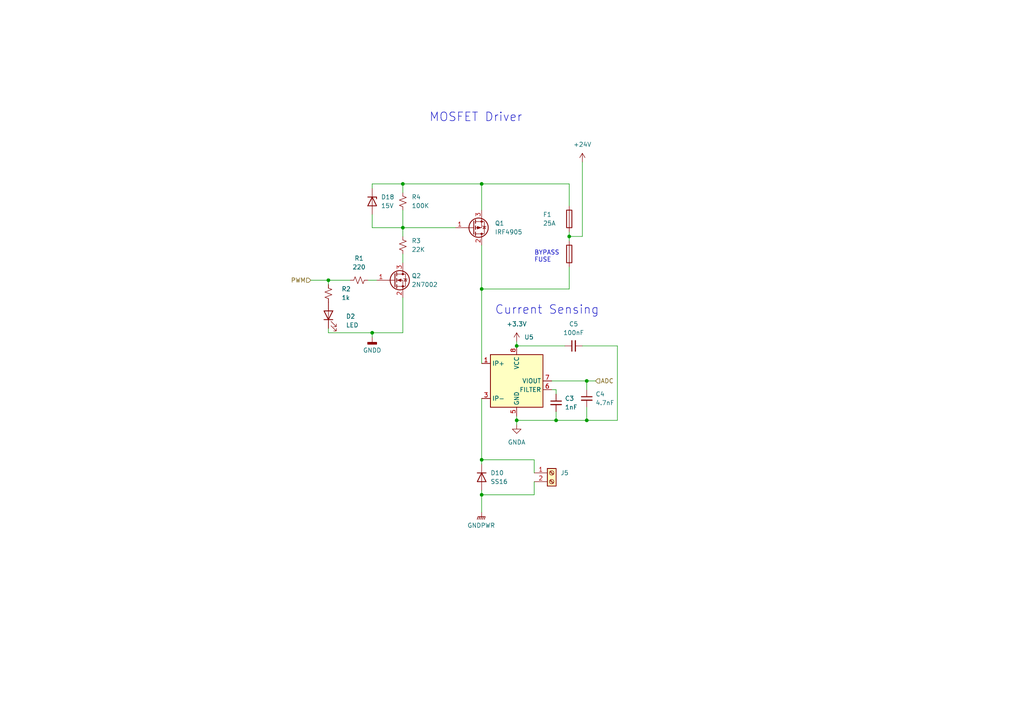
<source format=kicad_sch>
(kicad_sch (version 20230121) (generator eeschema)
  (paper "A4")
  (lib_symbols
    (symbol "Connector:Screw_Terminal_01x02" (pin_names (offset 1.016) hide)
      (property "Reference" "J" (at 0 2.54 0))
      (property "Value" "Screw_Terminal_01x02" (at 0 -5.08 0))
      (symbol "Screw_Terminal_01x02_1_1"
        (rectangle (start -1.27 1.27) (end 1.27 -3.81) (stroke (width 0.254)) (fill (type background)))
        (circle (center 0 -2.54) (radius 0.635) (stroke (width 0.1524)))
        (polyline (pts (xy -0.5334 -2.2098) (xy 0.3302 -3.048)) (stroke (width 0.1524)))
        (polyline (pts (xy -0.5334 0.3302) (xy 0.3302 -0.508)) (stroke (width 0.1524)))
        (polyline (pts (xy -0.3556 -2.032) (xy 0.508 -2.8702)) (stroke (width 0.1524)))
        (polyline (pts (xy -0.3556 0.508) (xy 0.508 -0.3302)) (stroke (width 0.1524)))
        (circle (center 0 0) (radius 0.635) (stroke (width 0.1524)))
        (pin passive line (at -5.08 0 0) (length 3.81) (name "Pin_1") (number "1"))
        (pin passive line (at -5.08 -2.54 0) (length 3.81) (name "Pin_2") (number "2"))
      )
    )
    (symbol "Device:C_Small" (pin_numbers hide) (pin_names (offset 0.254) hide)
      (property "Reference" "C" (at 0.254 1.778 0))
      (property "Value" "C_Small" (at 0.254 -2.032 0))
      (symbol "C_Small_0_1"
        (polyline (pts (xy -1.524 -0.508) (xy 1.524 -0.508)) (stroke (width 0.3302)))
        (polyline (pts (xy -1.524 0.508) (xy 1.524 0.508)) (stroke (width 0.3048)))
      )
      (symbol "C_Small_1_1"
        (pin passive line (at 0 2.54 270) (length 2.032) (name "~") (number "1"))
        (pin passive line (at 0 -2.54 90) (length 2.032) (name "~") (number "2"))
      )
    )
    (symbol "Device:D_Zener" (pin_numbers hide) (pin_names (offset 1.016) hide)
      (property "Reference" "D" (at 0 2.54 0))
      (property "Value" "D_Zener" (at 0 -2.54 0))
      (symbol "D_Zener_0_1"
        (polyline (pts (xy 1.27 0) (xy -1.27 0)))
        (polyline (pts (xy -1.27 -1.27) (xy -1.27 1.27) (xy -0.762 1.27)) (stroke (width 0.254)))
        (polyline (pts (xy 1.27 -1.27) (xy 1.27 1.27) (xy -1.27 0) (xy 1.27 -1.27)) (stroke (width 0.254)))
      )
      (symbol "D_Zener_1_1"
        (pin passive line (at -3.81 0 0) (length 2.54) (name "K") (number "1"))
        (pin passive line (at 3.81 0 180) (length 2.54) (name "A") (number "2"))
      )
    )
    (symbol "Device:LED" (pin_numbers hide) (pin_names (offset 1.016) hide)
      (property "Reference" "D" (at 0 2.54 0))
      (property "Value" "LED" (at 0 -2.54 0))
      (symbol "LED_0_1"
        (polyline (pts (xy -1.27 -1.27) (xy -1.27 1.27)) (stroke (width 0.254)))
        (polyline (pts (xy -1.27 0) (xy 1.27 0)))
        (polyline (pts (xy 1.27 -1.27) (xy 1.27 1.27) (xy -1.27 0) (xy 1.27 -1.27)) (stroke (width 0.254)))
        (polyline (pts (xy -3.048 -0.762) (xy -4.572 -2.286) (xy -3.81 -2.286) (xy -4.572 -2.286) (xy -4.572 -1.524)))
        (polyline (pts (xy -1.778 -0.762) (xy -3.302 -2.286) (xy -2.54 -2.286) (xy -3.302 -2.286) (xy -3.302 -1.524)))
      )
      (symbol "LED_1_1"
        (pin passive line (at -3.81 0 0) (length 2.54) (name "K") (number "1"))
        (pin passive line (at 3.81 0 180) (length 2.54) (name "A") (number "2"))
      )
    )
    (symbol "Device:R_Small_US" (pin_numbers hide) (pin_names (offset 0.254) hide)
      (property "Reference" "R" (at 0.762 0.508 0))
      (property "Value" "R_Small_US" (at 0.762 -1.016 0))
      (symbol "R_Small_US_1_1"
        (polyline (pts (xy 0 0) (xy 1.016 -0.381) (xy 0 -0.762) (xy -1.016 -1.143) (xy 0 -1.524)))
        (polyline (pts (xy 0 1.524) (xy 1.016 1.143) (xy 0 0.762) (xy -1.016 0.381) (xy 0 0)))
        (pin passive line (at 0 2.54 270) (length 1.016) (name "~") (number "1"))
        (pin passive line (at 0 -2.54 90) (length 1.016) (name "~") (number "2"))
      )
    )
    (symbol "Diode:MRA4004T3G" (pin_numbers hide) (pin_names hide)
      (property "Reference" "D" (at 0 2.54 0))
      (property "Value" "MRA4004T3G" (at 0 -2.54 0))
      (symbol "MRA4004T3G_0_1"
        (polyline (pts (xy -1.27 1.27) (xy -1.27 -1.27)) (stroke (width 0.254)))
        (polyline (pts (xy 1.27 0) (xy -1.27 0)))
        (polyline (pts (xy 1.27 1.27) (xy 1.27 -1.27) (xy -1.27 0) (xy 1.27 1.27)) (stroke (width 0.254)))
      )
      (symbol "MRA4004T3G_1_1"
        (pin passive line (at -3.81 0 0) (length 2.54) (name "K") (number "1"))
        (pin passive line (at 3.81 0 180) (length 2.54) (name "A") (number "2"))
      )
    )
    (symbol "Sensor_Current:ACS725xLCTR-20AU"
      (property "Reference" "U" (at 2.54 11.43 0))
      (property "Value" "ACS725xLCTR-20AU" (at 2.54 8.89 0))
      (symbol "ACS725xLCTR-20AU_0_1"
        (rectangle (start -7.62 7.62) (end 7.62 -7.62) (stroke (width 0.254)) (fill (type background)))
      )
      (symbol "ACS725xLCTR-20AU_1_1"
        (pin passive line (at -10.16 5.08 0) (length 2.54) (name "IP+") (number "1"))
        (pin passive line (at -10.16 5.08 0) (length 2.54) hide (name "IP+") (number "2"))
        (pin passive line (at -10.16 -5.08 0) (length 2.54) (name "IP-") (number "3"))
        (pin passive line (at -10.16 -5.08 0) (length 2.54) hide (name "IP-") (number "4"))
        (pin power_in line (at 0 -10.16 90) (length 2.54) (name "GND") (number "5"))
        (pin passive line (at 10.16 -2.54 180) (length 2.54) (name "FILTER") (number "6"))
        (pin output line (at 10.16 0 180) (length 2.54) (name "VIOUT") (number "7"))
        (pin power_in line (at 0 10.16 270) (length 2.54) (name "VCC") (number "8"))
      )
    )
    (symbol "Transistor_FET:2N7002" (pin_names hide)
      (property "Reference" "Q" (at 5.08 1.905 0))
      (property "Value" "2N7002" (at 5.08 0 0))
      (symbol "2N7002_0_1"
        (polyline (pts (xy 0.254 0) (xy -2.54 0)))
        (polyline (pts (xy 0.254 1.905) (xy 0.254 -1.905)) (stroke (width 0.254)))
        (polyline (pts (xy 0.762 -1.27) (xy 0.762 -2.286)) (stroke (width 0.254)))
        (polyline (pts (xy 0.762 0.508) (xy 0.762 -0.508)) (stroke (width 0.254)))
        (polyline (pts (xy 0.762 2.286) (xy 0.762 1.27)) (stroke (width 0.254)))
        (polyline (pts (xy 2.54 2.54) (xy 2.54 1.778)))
        (polyline (pts (xy 2.54 -2.54) (xy 2.54 0) (xy 0.762 0)))
        (polyline (pts (xy 0.762 -1.778) (xy 3.302 -1.778) (xy 3.302 1.778) (xy 0.762 1.778)))
        (polyline (pts (xy 1.016 0) (xy 2.032 0.381) (xy 2.032 -0.381) (xy 1.016 0)) (fill (type outline)))
        (polyline (pts (xy 2.794 0.508) (xy 2.921 0.381) (xy 3.683 0.381) (xy 3.81 0.254)))
        (polyline (pts (xy 3.302 0.381) (xy 2.921 -0.254) (xy 3.683 -0.254) (xy 3.302 0.381)))
        (circle (center 1.651 0) (radius 2.794) (stroke (width 0.254)))
        (circle (center 2.54 -1.778) (radius 0.254) (fill (type outline)))
        (circle (center 2.54 1.778) (radius 0.254) (fill (type outline)))
      )
      (symbol "2N7002_1_1"
        (pin input line (at -5.08 0 0) (length 2.54) (name "G") (number "1"))
        (pin passive line (at 2.54 -5.08 90) (length 2.54) (name "S") (number "2"))
        (pin passive line (at 2.54 5.08 270) (length 2.54) (name "D") (number "3"))
      )
    )
    (symbol "Transistor_FET:IRF4905" (pin_names hide)
      (property "Reference" "Q" (at 5.08 1.905 0))
      (property "Value" "IRF4905" (at 5.08 0 0))
      (symbol "IRF4905_0_1"
        (polyline (pts (xy 0.254 0) (xy -2.54 0)))
        (polyline (pts (xy 0.254 1.905) (xy 0.254 -1.905)) (stroke (width 0.254)))
        (polyline (pts (xy 0.762 -1.27) (xy 0.762 -2.286)) (stroke (width 0.254)))
        (polyline (pts (xy 0.762 0.508) (xy 0.762 -0.508)) (stroke (width 0.254)))
        (polyline (pts (xy 0.762 2.286) (xy 0.762 1.27)) (stroke (width 0.254)))
        (polyline (pts (xy 2.54 2.54) (xy 2.54 1.778)))
        (polyline (pts (xy 2.54 -2.54) (xy 2.54 0) (xy 0.762 0)))
        (polyline (pts (xy 0.762 1.778) (xy 3.302 1.778) (xy 3.302 -1.778) (xy 0.762 -1.778)))
        (polyline (pts (xy 2.286 0) (xy 1.27 0.381) (xy 1.27 -0.381) (xy 2.286 0)) (fill (type outline)))
        (polyline (pts (xy 2.794 -0.508) (xy 2.921 -0.381) (xy 3.683 -0.381) (xy 3.81 -0.254)))
        (polyline (pts (xy 3.302 -0.381) (xy 2.921 0.254) (xy 3.683 0.254) (xy 3.302 -0.381)))
        (circle (center 1.651 0) (radius 2.794) (stroke (width 0.254)))
        (circle (center 2.54 -1.778) (radius 0.254) (fill (type outline)))
        (circle (center 2.54 1.778) (radius 0.254) (fill (type outline)))
      )
      (symbol "IRF4905_1_1"
        (pin input line (at -5.08 0 0) (length 2.54) (name "G") (number "1"))
        (pin passive line (at 2.54 5.08 270) (length 2.54) (name "D") (number "2"))
        (pin passive line (at 2.54 -5.08 90) (length 2.54) (name "S") (number "3"))
      )
    )
    (symbol "gnarboard:ATC Fuse Bypass" (pin_numbers hide) (pin_names (offset 0))
      (property "Reference" "F" (at 2.032 5.08 90))
      (property "Value" "ATC Fuse Bypass" (at -1.905 5.08 90))
      (symbol "ATC Fuse Bypass_0_1"
        (rectangle (start -0.762 -7.62) (end 0.762 -2.54) (stroke (width 0.254)))
        (rectangle (start -0.762 2.54) (end 0.762 7.62) (stroke (width 0.254)))
        (polyline (pts (xy 0 -2.54) (xy 0 -7.62)))
        (polyline (pts (xy 0 7.62) (xy 0 2.54)))
      )
      (symbol "ATC Fuse Bypass_1_1"
        (pin passive line (at 0 8.89 270) (length 1.27) (name "~") (number "1"))
        (pin passive line (at 0 -1.27 270) (length 1.27) (name "~") (number "2"))
        (pin passive line (at 0 1.27 90) (length 1.27) (name "~") (number "2"))
        (pin passive line (at 0 -8.89 90) (length 1.27) (name "~") (number "3"))
      )
    )
    (symbol "power:+24V" (power) (pin_names (offset 0))
      (property "Value" "+24V" (at 0 3.556 0))
      (symbol "+24V_0_1"
        (polyline (pts (xy -0.762 1.27) (xy 0 2.54)))
        (polyline (pts (xy 0 0) (xy 0 2.54)))
        (polyline (pts (xy 0 2.54) (xy 0.762 1.27)))
      )
      (symbol "+24V_1_1"
        (pin power_in line (at 0 0 90) (length 0) hide (name "+24V") (number "1"))
      )
    )
    (symbol "power:+3.3V" (power) (pin_names (offset 0))
      (property "Value" "+3.3V" (at 0 3.556 0))
      (symbol "+3.3V_0_1"
        (polyline (pts (xy -0.762 1.27) (xy 0 2.54)))
        (polyline (pts (xy 0 0) (xy 0 2.54)))
        (polyline (pts (xy 0 2.54) (xy 0.762 1.27)))
      )
      (symbol "+3.3V_1_1"
        (pin power_in line (at 0 0 90) (length 0) hide (name "+3.3V") (number "1"))
      )
    )
    (symbol "power:GNDA" (power) (pin_names (offset 0))
      (property "Value" "GNDA" (at 0 -3.81 0))
      (symbol "GNDA_0_1"
        (polyline (pts (xy 0 0) (xy 0 -1.27) (xy 1.27 -1.27) (xy 0 -2.54) (xy -1.27 -1.27) (xy 0 -1.27)))
      )
      (symbol "GNDA_1_1"
        (pin power_in line (at 0 0 270) (length 0) hide (name "GNDA") (number "1"))
      )
    )
    (symbol "power:GNDD" (power) (pin_names (offset 0))
      (property "Value" "GNDD" (at 0 -3.175 0))
      (symbol "GNDD_0_1"
        (rectangle (start -1.27 -1.524) (end 1.27 -2.032) (stroke (width 0.254)) (fill (type outline)))
        (polyline (pts (xy 0 0) (xy 0 -1.524)))
      )
      (symbol "GNDD_1_1"
        (pin power_in line (at 0 0 270) (length 0) hide (name "GNDD") (number "1"))
      )
    )
    (symbol "power:GNDPWR" (power) (pin_names (offset 0))
      (property "Value" "GNDPWR" (at 0 -3.302 0))
      (symbol "GNDPWR_0_1"
        (polyline (pts (xy 0 -1.27) (xy 0 0)))
        (polyline (pts (xy -1.016 -1.27) (xy -1.27 -2.032) (xy -1.27 -2.032)) (stroke (width 0.2032)))
        (polyline (pts (xy -0.508 -1.27) (xy -0.762 -2.032) (xy -0.762 -2.032)) (stroke (width 0.2032)))
        (polyline (pts (xy 0 -1.27) (xy -0.254 -2.032) (xy -0.254 -2.032)) (stroke (width 0.2032)))
        (polyline (pts (xy 0.508 -1.27) (xy 0.254 -2.032) (xy 0.254 -2.032)) (stroke (width 0.2032)))
        (polyline (pts (xy 1.016 -1.27) (xy -1.016 -1.27) (xy -1.016 -1.27)) (stroke (width 0.2032)))
        (polyline (pts (xy 1.016 -1.27) (xy 0.762 -2.032) (xy 0.762 -2.032) (xy 0.762 -2.032)) (stroke (width 0.2032)))
      )
      (symbol "GNDPWR_1_1"
        (pin power_in line (at 0 0 270) (length 0) hide (name "GNDPWR") (number "1"))
      )
    )
  )
  (junction (at 165.1 68.58))
  (junction (at 116.84 53.34))
  (junction (at 170.18 121.92))
  (junction (at 139.7 83.82))
  (junction (at 95.25 81.28))
  (junction (at 139.7 133.35))
  (junction (at 107.95 96.52))
  (junction (at 116.84 66.04))
  (junction (at 139.7 53.34))
  (junction (at 149.86 100.33))
  (junction (at 149.86 121.92))
  (junction (at 161.29 121.92))
  (junction (at 170.18 110.49))
  (junction (at 139.7 143.51))
  (wire (pts (xy 161.29 113.03) (xy 161.29 114.3)))
  (wire (pts (xy 165.1 67.31) (xy 165.1 68.58)))
  (wire (pts (xy 160.02 110.49) (xy 170.18 110.49)))
  (wire (pts (xy 116.84 55.88) (xy 116.84 53.34)))
  (wire (pts (xy 116.84 60.96) (xy 116.84 66.04)))
  (wire (pts (xy 139.7 143.51) (xy 139.7 148.59)))
  (wire (pts (xy 139.7 133.35) (xy 154.94 133.35)))
  (wire (pts (xy 139.7 143.51) (xy 154.94 143.51)))
  (wire (pts (xy 149.86 100.33) (xy 163.83 100.33)))
  (wire (pts (xy 149.86 121.92) (xy 149.86 120.65)))
  (wire (pts (xy 165.1 53.34) (xy 165.1 59.69)))
  (wire (pts (xy 165.1 53.34) (xy 139.7 53.34)))
  (wire (pts (xy 116.84 86.36) (xy 116.84 96.52)))
  (wire (pts (xy 170.18 110.49) (xy 172.72 110.49)))
  (wire (pts (xy 165.1 68.58) (xy 168.91 68.58)))
  (wire (pts (xy 154.94 143.51) (xy 154.94 139.7)))
  (wire (pts (xy 149.86 99.06) (xy 149.86 100.33)))
  (wire (pts (xy 179.07 121.92) (xy 170.18 121.92)))
  (wire (pts (xy 139.7 71.12) (xy 139.7 83.82)))
  (wire (pts (xy 116.84 66.04) (xy 132.08 66.04)))
  (wire (pts (xy 116.84 73.66) (xy 116.84 76.2)))
  (wire (pts (xy 107.95 66.04) (xy 107.95 62.23)))
  (wire (pts (xy 170.18 110.49) (xy 170.18 113.03)))
  (wire (pts (xy 107.95 97.79) (xy 107.95 96.52)))
  (wire (pts (xy 95.25 96.52) (xy 107.95 96.52)))
  (wire (pts (xy 95.25 81.28) (xy 101.6 81.28)))
  (wire (pts (xy 107.95 53.34) (xy 107.95 54.61)))
  (wire (pts (xy 161.29 121.92) (xy 170.18 121.92)))
  (wire (pts (xy 116.84 96.52) (xy 107.95 96.52)))
  (wire (pts (xy 168.91 100.33) (xy 179.07 100.33)))
  (wire (pts (xy 139.7 53.34) (xy 139.7 60.96)))
  (wire (pts (xy 139.7 142.24) (xy 139.7 143.51)))
  (wire (pts (xy 139.7 53.34) (xy 116.84 53.34)))
  (wire (pts (xy 179.07 100.33) (xy 179.07 121.92)))
  (wire (pts (xy 95.25 82.55) (xy 95.25 81.28)))
  (wire (pts (xy 165.1 77.47) (xy 165.1 83.82)))
  (wire (pts (xy 95.25 96.52) (xy 95.25 95.25)))
  (wire (pts (xy 161.29 113.03) (xy 160.02 113.03)))
  (wire (pts (xy 139.7 83.82) (xy 165.1 83.82)))
  (wire (pts (xy 149.86 121.92) (xy 149.86 123.19)))
  (wire (pts (xy 139.7 83.82) (xy 139.7 105.41)))
  (wire (pts (xy 168.91 46.99) (xy 168.91 68.58)))
  (wire (pts (xy 139.7 115.57) (xy 139.7 133.35)))
  (wire (pts (xy 165.1 68.58) (xy 165.1 69.85)))
  (wire (pts (xy 106.68 81.28) (xy 109.22 81.28)))
  (wire (pts (xy 90.17 81.28) (xy 95.25 81.28)))
  (wire (pts (xy 170.18 118.11) (xy 170.18 121.92)))
  (wire (pts (xy 139.7 134.62) (xy 139.7 133.35)))
  (wire (pts (xy 161.29 121.92) (xy 161.29 119.38)))
  (wire (pts (xy 116.84 53.34) (xy 107.95 53.34)))
  (wire (pts (xy 149.86 121.92) (xy 161.29 121.92)))
  (wire (pts (xy 107.95 66.04) (xy 116.84 66.04)))
  (wire (pts (xy 154.94 133.35) (xy 154.94 137.16)))
  (wire (pts (xy 116.84 68.58) (xy 116.84 66.04)))
  (text "Current Sensing" (at 143.51 91.44 0) (effects (font (size 2.5 2.5)) (justify left bottom)))
  (text "MOSFET Driver" (at 124.46 35.56 0) (effects (font (size 2.5 2.5)) (justify left bottom)))
  (text "BYPASS\nFUSE" (at 154.94 76.2 0) (effects (font (size 1.27 1.27)) (justify left bottom)))
  (hierarchical_label "PWM" (shape input) (at 90.17 81.28 180))
  (hierarchical_label "ADC" (shape input) (at 172.72 110.49 0))
  (symbol (lib_id "Device:R_Small_US") (at 104.14 81.28 90) (unit 1)
    (property "Reference" "R1" (at 104.14 74.93 90))
    (property "Value" "220" (at 104.14 77.47 90))
    (property "Footprint" "Resistor_SMD:R_0805_2012Metric_Pad1.20x1.40mm_HandSolder" (effects hide))
    (property "Vendor" " 652-CR0805JW-103ELF " (effects hide))
    (instances (project "8ch-mosfet" (path "" (reference "R1") (unit 1)) (path "" (reference "R2") (unit 1)) (path "" (reference "R6") (unit 1)) (path "" (reference "R10") (unit 1)) (path "" (reference "R14") (unit 1)) (path "" (reference "R18") (unit 1)) (path "" (reference "R22") (unit 1)) (path "" (reference "R26") (unit 1)) (path "" (reference "R30") (unit 1))))
  )
  (symbol (lib_id "Diode:MRA4004T3G") (at 139.7 138.43 270) (unit 1)
    (property "Reference" "D10" (at 142.24 137.16 90) (effects (justify left)))
    (property "Value" "SS16" (at 142.24 139.7 90) (effects (justify left)))
    (property "Footprint" "Diode_SMD:D_SMA" (effects hide))
    (property "Sim.Device" "D" (effects hide))
    (property "Sim.Pins" "1=K 2=A" (effects hide))
    (property "Vendor" "625-SS16-E3 " (effects hide))
    (instances (project "8ch-mosfet" (path "" (reference "D10") (unit 1)) (path "" (reference "D11") (unit 1)) (path "" (reference "D12") (unit 1)) (path "" (reference "D13") (unit 1)) (path "" (reference "D14") (unit 1)) (path "" (reference "D15") (unit 1)) (path "" (reference "D16") (unit 1)) (path "" (reference "D17") (unit 1))))
  )
  (symbol (lib_id "Device:R_Small_US") (at 95.25 85.09 180) (unit 1)
    (property "Reference" "R2" (at 99.06 83.82 0) (effects (justify right)))
    (property "Value" "1k" (at 99.06 86.36 0) (effects (justify right)))
    (property "Footprint" "Resistor_SMD:R_0805_2012Metric_Pad1.20x1.40mm_HandSolder" (effects hide))
    (property "Vendor" " 652-CR0805JW-102ELF " (effects hide))
    (instances (project "8ch-mosfet" (path "" (reference "R2") (unit 1)) (path "" (reference "R1") (unit 1)) (path "" (reference "R5") (unit 1)) (path "" (reference "R9") (unit 1)) (path "" (reference "R13") (unit 1)) (path "" (reference "R17") (unit 1)) (path "" (reference "R21") (unit 1)) (path "" (reference "R25") (unit 1)) (path "" (reference "R29") (unit 1))))
  )
  (symbol (lib_id "Device:R_Small_US") (at 116.84 58.42 180) (unit 1)
    (property "Reference" "R4" (at 119.38 57.15 0) (effects (justify right)))
    (property "Value" "100K" (at 119.38 59.69 0) (effects (justify right)))
    (property "Footprint" "Resistor_SMD:R_0805_2012Metric_Pad1.20x1.40mm_HandSolder" (effects hide))
    (property "Vendor" " 652-CR0805JW-223ELF " (effects hide))
    (instances (project "8ch-mosfet" (path "" (reference "R4") (unit 1)) (path "" (reference "R3") (unit 1)) (path "" (reference "R7") (unit 1)) (path "" (reference "R11") (unit 1)) (path "" (reference "R15") (unit 1)) (path "" (reference "R19") (unit 1)) (path "" (reference "R23") (unit 1)) (path "" (reference "R27") (unit 1)) (path "" (reference "R31") (unit 1))))
  )
  (symbol (lib_id "gnarboard:ATC Fuse Bypass") (at 165.1 68.58 0) (unit 1)
    (property "Reference" "F1" (at 157.48 62.23 0) (effects (justify left)))
    (property "Value" "25A" (at 157.48 64.77 0) (effects (justify left)))
    (property "Footprint" "gnarboard:ATC Bypass Fuse" (effects hide))
    (property "Vendor" "833-GS1G-LTP" (effects hide))
    (instances (project "8ch-mosfet" (path "" (reference "F1") (unit 1)) (path "" (reference "F1") (unit 1)) (path "" (reference "F2") (unit 1)) (path "" (reference "F3") (unit 1)) (path "" (reference "F4") (unit 1)) (path "" (reference "F5") (unit 1)) (path "" (reference "F6") (unit 1)) (path "" (reference "F7") (unit 1)) (path "" (reference "F8") (unit 1))))
  )
  (symbol (lib_id "Device:LED") (at 95.25 91.44 90) (unit 1)
    (property "Reference" "D2" (at 100.33 91.7575 90) (effects (justify right)))
    (property "Value" "LED" (at 100.33 94.2975 90) (effects (justify right)))
    (property "Footprint" "LED_SMD:LED_0805_2012Metric_Pad1.15x1.40mm_HandSolder" (effects hide))
    (property "Vendor" "150080RS75000" (effects hide))
    (instances (project "8ch-mosfet" (path "" (reference "D2") (unit 1)) (path "" (reference "D2") (unit 1)) (path "" (reference "D3") (unit 1)) (path "" (reference "D4") (unit 1)) (path "" (reference "D5") (unit 1)) (path "" (reference "D6") (unit 1)) (path "" (reference "D7") (unit 1)) (path "" (reference "D8") (unit 1)) (path "" (reference "D9") (unit 1))))
  )
  (symbol (lib_id "Device:C_Small") (at 166.37 100.33 90) (unit 1)
    (property "Reference" "C5" (at 166.3763 93.98 90))
    (property "Value" "100nF" (at 166.3763 96.52 90))
    (property "Footprint" "Capacitor_SMD:C_0805_2012Metric_Pad1.18x1.45mm_HandSolder" (effects hide))
    (property "Vendor" "08053C104KAT4A" (effects hide))
    (instances (project "8ch-mosfet" (path "" (reference "C5") (unit 1)) (path "" (reference "C4") (unit 1)) (path "" (reference "C7") (unit 1)) (path "" (reference "C10") (unit 1)) (path "" (reference "C13") (unit 1)) (path "" (reference "C16") (unit 1)) (path "" (reference "C19") (unit 1)) (path "" (reference "C22") (unit 1)) (path "" (reference "C25") (unit 1))))
  )
  (symbol (lib_id "Device:C_Small") (at 170.18 115.57 0) (unit 1)
    (property "Reference" "C4" (at 172.72 114.3063 0) (effects (justify left)))
    (property "Value" "4.7nF" (at 172.72 116.8463 0) (effects (justify left)))
    (property "Footprint" "Capacitor_SMD:C_0805_2012Metric_Pad1.18x1.45mm_HandSolder" (effects hide))
    (property "Vendor" "C0805C472K5RAC" (effects hide))
    (instances (project "8ch-mosfet" (path "" (reference "C4") (unit 1)) (path "" (reference "C5") (unit 1)) (path "" (reference "C8") (unit 1)) (path "" (reference "C11") (unit 1)) (path "" (reference "C14") (unit 1)) (path "" (reference "C17") (unit 1)) (path "" (reference "C20") (unit 1)) (path "" (reference "C23") (unit 1)) (path "" (reference "C26") (unit 1))))
  )
  (symbol (lib_id "Connector:Screw_Terminal_01x02") (at 160.02 137.16 0) (unit 1)
    (property "Reference" "J5" (at 162.56 137.16 0) (effects (justify left)))
    (property "Value" "Screw_Terminal_01x02" (effects hide))
    (property "Footprint" "gnarboard:Molex 1x02 .375" (effects hide))
    (property "Vendor" "OQ0271500000G, TJ0271500000G" (effects hide))
    (instances (project "8ch-mosfet" (path "" (reference "J5") (unit 1)) (path "" (reference "J6") (unit 1)) (path "" (reference "J7") (unit 1)) (path "" (reference "J8") (unit 1)) (path "" (reference "J9") (unit 1)) (path "" (reference "J10") (unit 1)) (path "" (reference "J11") (unit 1)) (path "" (reference "J12") (unit 1))))
  )
  (symbol (lib_id "Sensor_Current:ACS725xLCTR-20AU") (at 149.86 110.49 0) (unit 1)
    (property "Reference" "U5" (at 152.0541 97.79 0) (effects (justify left)))
    (property "Value" "ACS725xLCTR-20AU" (effects hide))
    (property "Footprint" "gnarboard:ACS7XX" (effects hide))
    (property "Datasheet" "http://www.allegromicro.com/~/media/Files/Datasheets/ACS725-Datasheet.ashx?la=en" (effects hide))
    (property "Vendor" "250-725LLCTR20AUT" (effects hide))
    (instances (project "8ch-mosfet" (path "" (reference "U5") (unit 1)) (path "" (reference "U5") (unit 1)) (path "" (reference "U6") (unit 1)) (path "" (reference "U7") (unit 1)) (path "" (reference "U8") (unit 1)) (path "" (reference "U9") (unit 1)) (path "" (reference "U10") (unit 1)) (path "" (reference "U11") (unit 1)) (path "" (reference "U12") (unit 1))))
  )
  (symbol (lib_id "Device:R_Small_US") (at 116.84 71.12 180) (unit 1)
    (property "Reference" "R3" (at 119.38 69.85 0) (effects (justify right)))
    (property "Value" "22K" (at 119.38 72.39 0) (effects (justify right)))
    (property "Footprint" "Resistor_SMD:R_0805_2012Metric_Pad1.20x1.40mm_HandSolder" (effects hide))
    (property "Vendor" "652-CR0805JW-472ELF" (effects hide))
    (instances (project "8ch-mosfet" (path "" (reference "R3") (unit 1)) (path "" (reference "R4") (unit 1)) (path "" (reference "R8") (unit 1)) (path "" (reference "R12") (unit 1)) (path "" (reference "R16") (unit 1)) (path "" (reference "R20") (unit 1)) (path "" (reference "R24") (unit 1)) (path "" (reference "R28") (unit 1)) (path "" (reference "R32") (unit 1))))
  )
  (symbol (lib_id "Device:C_Small") (at 161.29 116.84 0) (unit 1)
    (property "Reference" "C3" (at 163.83 115.5763 0) (effects (justify left)))
    (property "Value" "1nF" (at 163.83 118.1163 0) (effects (justify left)))
    (property "Footprint" "Capacitor_SMD:C_0805_2012Metric_Pad1.18x1.45mm_HandSolder" (effects hide))
    (property "Vendor" "C0805C102J1HACTU" (effects hide))
    (instances (project "8ch-mosfet" (path "" (reference "C3") (unit 1)) (path "" (reference "C3") (unit 1)) (path "" (reference "C6") (unit 1)) (path "" (reference "C9") (unit 1)) (path "" (reference "C12") (unit 1)) (path "" (reference "C15") (unit 1)) (path "" (reference "C18") (unit 1)) (path "" (reference "C21") (unit 1)) (path "" (reference "C24") (unit 1))))
  )
  (symbol (lib_id "power:GNDPWR") (at 139.7 148.59 0) (unit 1)
    (property "Reference" "#PWR013" (effects hide))
    (property "Value" "GNDPWR" (at 139.573 152.4 0))
    (instances (project "8ch-mosfet" (path "" (reference "#PWR013") (unit 1)) (path "" (reference "#PWR01") (unit 1)) (path "" (reference "#PWR019") (unit 1)) (path "" (reference "#PWR024") (unit 1)) (path "" (reference "#PWR029") (unit 1)) (path "" (reference "#PWR034") (unit 1)) (path "" (reference "#PWR039") (unit 1)) (path "" (reference "#PWR044") (unit 1)) (path "" (reference "#PWR049") (unit 1))))
  )
  (symbol (lib_id "Device:D_Zener") (at 107.95 58.42 270) (unit 1)
    (property "Reference" "D18" (at 110.49 57.15 90) (effects (justify left)))
    (property "Value" "15V" (at 110.49 59.69 90) (effects (justify left)))
    (property "Footprint" "Diode_SMD:D_SOD-323_HandSoldering" (effects hide))
    (property "Vendor" "771-BZX384-C15115" (effects hide))
    (instances (project "8ch-mosfet" (path "" (reference "D18") (unit 1)) (path "" (reference "D19") (unit 1)) (path "" (reference "D20") (unit 1)) (path "" (reference "D21") (unit 1)) (path "" (reference "D22") (unit 1)) (path "" (reference "D23") (unit 1)) (path "" (reference "D24") (unit 1)) (path "" (reference "D25") (unit 1))))
  )
  (symbol (lib_id "Transistor_FET:IRF4905") (at 137.16 66.04 0) (mirror x) (unit 1)
    (property "Reference" "Q1" (at 143.51 64.77 0) (effects (justify left)))
    (property "Value" "IRF4905" (at 143.51 67.31 0) (effects (justify left)))
    (property "Footprint" "Package_TO_SOT_SMD:TO-263-2" (effects hide))
    (property "Datasheet" "http://www.infineon.com/dgdl/irf4905.pdf?fileId=5546d462533600a4015355e32165197c" (effects hide))
    (property "Vendor" " 942-IRF4905STRLPBF " (effects hide))
    (instances (project "8ch-mosfet" (path "" (reference "Q1") (unit 1)) (path "" (reference "Q2") (unit 1)) (path "" (reference "Q4") (unit 1)) (path "" (reference "Q6") (unit 1)) (path "" (reference "Q8") (unit 1)) (path "" (reference "Q10") (unit 1)) (path "" (reference "Q12") (unit 1)) (path "" (reference "Q14") (unit 1)) (path "" (reference "Q16") (unit 1))))
  )
  (symbol (lib_id "power:+24V") (at 168.91 46.99 0) (unit 1)
    (property "Reference" "#PWR015" (effects hide))
    (property "Value" "+24V" (at 168.91 41.91 0))
    (instances (project "8ch-mosfet" (path "" (reference "#PWR015") (unit 1)) (path "" (reference "#PWR015") (unit 1)) (path "" (reference "#PWR022") (unit 1)) (path "" (reference "#PWR027") (unit 1)) (path "" (reference "#PWR032") (unit 1)) (path "" (reference "#PWR037") (unit 1)) (path "" (reference "#PWR042") (unit 1)) (path "" (reference "#PWR047") (unit 1)) (path "" (reference "#PWR052") (unit 1))))
  )
  (symbol (lib_id "power:GNDD") (at 107.95 97.79 0) (unit 1)
    (property "Reference" "#PWR014" (effects hide))
    (property "Value" "GNDD" (at 107.95 101.6 0))
    (instances (project "8ch-mosfet" (path "" (reference "#PWR014") (unit 1)) (path "" (reference "#PWR014") (unit 1)) (path "" (reference "#PWR018") (unit 1)) (path "" (reference "#PWR023") (unit 1)) (path "" (reference "#PWR028") (unit 1)) (path "" (reference "#PWR033") (unit 1)) (path "" (reference "#PWR038") (unit 1)) (path "" (reference "#PWR043") (unit 1)) (path "" (reference "#PWR048") (unit 1))))
  )
  (symbol (lib_id "Transistor_FET:2N7002") (at 114.3 81.28 0) (unit 1)
    (property "Reference" "Q2" (at 119.38 80.01 0) (effects (justify left)))
    (property "Value" "2N7002" (at 119.38 82.55 0) (effects (justify left)))
    (property "Footprint" "Package_TO_SOT_SMD:SOT-23" (effects hide))
    (property "Datasheet" "https://www.onsemi.com/pub/Collateral/NDS7002A-D.PDF" (effects hide))
    (property "Vendor" "771-BC817-25-T/R" (effects hide))
    (instances (project "8ch-mosfet" (path "" (reference "Q2") (unit 1)) (path "" (reference "Q1") (unit 1)) (path "" (reference "Q3") (unit 1)) (path "" (reference "Q5") (unit 1)) (path "" (reference "Q7") (unit 1)) (path "" (reference "Q9") (unit 1)) (path "" (reference "Q11") (unit 1)) (path "" (reference "Q13") (unit 1)) (path "" (reference "Q15") (unit 1))))
  )
  (symbol (lib_id "power:+3.3V") (at 149.86 99.06 0) (unit 1)
    (property "Reference" "#PWR01" (effects hide))
    (property "Value" "+3.3V" (at 149.86 93.98 0))
    (instances (project "8ch-mosfet" (path "" (reference "#PWR01") (unit 1)) (path "" (reference "#PWR012") (unit 1)) (path "" (reference "#PWR020") (unit 1)) (path "" (reference "#PWR025") (unit 1)) (path "" (reference "#PWR030") (unit 1)) (path "" (reference "#PWR035") (unit 1)) (path "" (reference "#PWR040") (unit 1)) (path "" (reference "#PWR045") (unit 1)) (path "" (reference "#PWR050") (unit 1))))
  )
  (symbol (lib_id "power:GNDA") (at 149.86 123.19 0) (unit 1)
    (property "Reference" "#PWR012" (effects hide))
    (property "Value" "GNDA" (at 149.86 128.27 0))
    (instances (project "8ch-mosfet" (path "" (reference "#PWR012") (unit 1)) (path "" (reference "#PWR013") (unit 1)) (path "" (reference "#PWR021") (unit 1)) (path "" (reference "#PWR026") (unit 1)) (path "" (reference "#PWR031") (unit 1)) (path "" (reference "#PWR036") (unit 1)) (path "" (reference "#PWR041") (unit 1)) (path "" (reference "#PWR046") (unit 1)) (path "" (reference "#PWR051") (unit 1))))
  )
)
</source>
